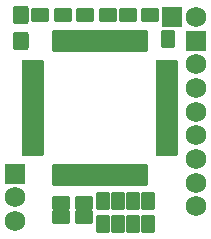
<source format=gbr>
%TF.GenerationSoftware,KiCad,Pcbnew,8.0.7*%
%TF.CreationDate,2025-04-29T18:30:23-03:00*%
%TF.ProjectId,ads_headstage_board_v4,6164735f-6865-4616-9473-746167655f62,rev?*%
%TF.SameCoordinates,Original*%
%TF.FileFunction,Soldermask,Top*%
%TF.FilePolarity,Negative*%
%FSLAX46Y46*%
G04 Gerber Fmt 4.6, Leading zero omitted, Abs format (unit mm)*
G04 Created by KiCad (PCBNEW 8.0.7) date 2025-04-29 18:30:23*
%MOMM*%
%LPD*%
G01*
G04 APERTURE LIST*
G04 Aperture macros list*
%AMRoundRect*
0 Rectangle with rounded corners*
0 $1 Rounding radius*
0 $2 $3 $4 $5 $6 $7 $8 $9 X,Y pos of 4 corners*
0 Add a 4 corners polygon primitive as box body*
4,1,4,$2,$3,$4,$5,$6,$7,$8,$9,$2,$3,0*
0 Add four circle primitives for the rounded corners*
1,1,$1+$1,$2,$3*
1,1,$1+$1,$4,$5*
1,1,$1+$1,$6,$7*
1,1,$1+$1,$8,$9*
0 Add four rect primitives between the rounded corners*
20,1,$1+$1,$2,$3,$4,$5,0*
20,1,$1+$1,$4,$5,$6,$7,0*
20,1,$1+$1,$6,$7,$8,$9,0*
20,1,$1+$1,$8,$9,$2,$3,0*%
G04 Aperture macros list end*
%ADD10RoundRect,0.200000X-0.750000X-0.150000X0.750000X-0.150000X0.750000X0.150000X-0.750000X0.150000X0*%
%ADD11RoundRect,0.200000X0.150000X-0.750000X0.150000X0.750000X-0.150000X0.750000X-0.150000X-0.750000X0*%
%ADD12RoundRect,0.200000X-0.675000X-0.675000X0.675000X-0.675000X0.675000X0.675000X-0.675000X0.675000X0*%
%ADD13C,1.750000*%
%ADD14RoundRect,0.200000X0.600000X0.375000X-0.600000X0.375000X-0.600000X-0.375000X0.600000X-0.375000X0*%
%ADD15RoundRect,0.200000X-0.600000X-0.375000X0.600000X-0.375000X0.600000X0.375000X-0.600000X0.375000X0*%
%ADD16RoundRect,0.200000X-0.375000X0.600000X-0.375000X-0.600000X0.375000X-0.600000X0.375000X0.600000X0*%
%ADD17RoundRect,0.200000X0.675000X-0.675000X0.675000X0.675000X-0.675000X0.675000X-0.675000X-0.675000X0*%
%ADD18RoundRect,0.200000X-0.450000X0.600000X-0.450000X-0.600000X0.450000X-0.600000X0.450000X0.600000X0*%
%ADD19RoundRect,0.200000X-0.375000X-0.600000X0.375000X-0.600000X0.375000X0.600000X-0.375000X0.600000X0*%
G04 APERTURE END LIST*
D10*
%TO.C,ADS1298*%
X124900000Y-95900000D03*
X124900000Y-96400000D03*
X124900000Y-96900000D03*
X124900000Y-97400000D03*
X124900000Y-97900000D03*
X124900000Y-98400000D03*
X124900000Y-98900000D03*
X124900000Y-99400000D03*
X124900000Y-99900000D03*
X124900000Y-100400000D03*
X124900000Y-100900000D03*
X124900000Y-101400000D03*
X124900000Y-101900000D03*
X124900000Y-102400000D03*
X124900000Y-102900000D03*
X124900000Y-103400000D03*
D11*
X126850000Y-105350000D03*
X127350000Y-105350000D03*
X127850000Y-105350000D03*
X128350000Y-105350000D03*
X128850000Y-105350000D03*
X129350000Y-105350000D03*
X129850000Y-105350000D03*
X130350000Y-105350000D03*
X130850000Y-105350000D03*
X131350000Y-105350000D03*
X131850000Y-105350000D03*
X132350000Y-105350000D03*
X132850000Y-105350000D03*
X133350000Y-105350000D03*
X133850000Y-105350000D03*
X134350000Y-105350000D03*
D10*
X136300000Y-103400000D03*
X136300000Y-102900000D03*
X136300000Y-102400000D03*
X136300000Y-101900000D03*
X136300000Y-101400000D03*
X136300000Y-100900000D03*
X136300000Y-100400000D03*
X136300000Y-99900000D03*
X136300000Y-99400000D03*
X136300000Y-98900000D03*
X136300000Y-98400000D03*
X136300000Y-97900000D03*
X136300000Y-97400000D03*
X136300000Y-96900000D03*
X136300000Y-96400000D03*
X136300000Y-95900000D03*
D11*
X134350000Y-93950000D03*
X133850000Y-93950000D03*
X133350000Y-93950000D03*
X132850000Y-93950000D03*
X132350000Y-93950000D03*
X131850000Y-93950000D03*
X131350000Y-93950000D03*
X130850000Y-93950000D03*
X130350000Y-93950000D03*
X129850000Y-93950000D03*
X129350000Y-93950000D03*
X128850000Y-93950000D03*
X128350000Y-93950000D03*
X127850000Y-93950000D03*
X127350000Y-93950000D03*
X126850000Y-93950000D03*
%TD*%
D12*
%TO.C,APwd1*%
X123450000Y-105200000D03*
D13*
X123450000Y-107200000D03*
X123450000Y-109200000D03*
%TD*%
D14*
%TO.C,C1*%
X127450000Y-91800000D03*
X125550000Y-91800000D03*
%TD*%
D15*
%TO.C,C9*%
X127350000Y-108900000D03*
X129250000Y-108900000D03*
%TD*%
D16*
%TO.C,C10*%
X130850000Y-107550000D03*
X130850000Y-109450000D03*
%TD*%
D15*
%TO.C,C11*%
X127350000Y-107700000D03*
X129250000Y-107700000D03*
%TD*%
%TO.C,C12*%
X129350000Y-91800000D03*
X131250000Y-91800000D03*
%TD*%
D16*
%TO.C,C13*%
X132150000Y-107550000D03*
X132150000Y-109450000D03*
%TD*%
D15*
%TO.C,C14*%
X132950000Y-91800000D03*
X134850000Y-91800000D03*
%TD*%
D16*
%TO.C,C15*%
X133450000Y-107550000D03*
X133450000Y-109450000D03*
%TD*%
%TO.C,C16*%
X134700000Y-107550000D03*
X134700000Y-109450000D03*
%TD*%
D17*
%TO.C,DPwd1*%
X136750000Y-91900000D03*
D13*
X138750000Y-91900000D03*
%TD*%
D18*
%TO.C,R1*%
X123900000Y-91800000D03*
X123900000Y-94000000D03*
%TD*%
D12*
%TO.C,SPI1*%
X138750000Y-93950000D03*
D13*
X138750000Y-95950000D03*
X138750000Y-97950000D03*
X138750000Y-99950000D03*
X138750000Y-101950000D03*
X138750000Y-103950000D03*
X138750000Y-105950000D03*
X138750000Y-107950000D03*
%TD*%
D19*
%TO.C,jDGND1*%
X136400000Y-93800000D03*
%TD*%
M02*

</source>
